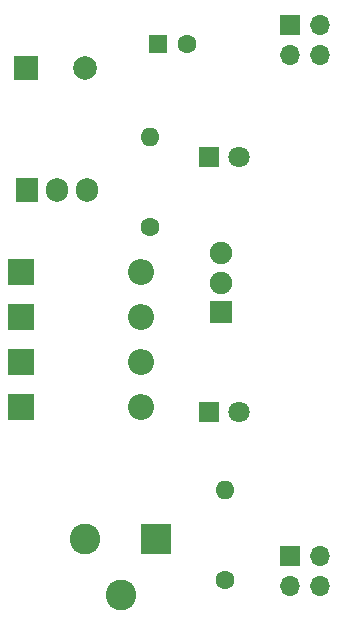
<source format=gbs>
%TF.GenerationSoftware,KiCad,Pcbnew,5.1.7-a382d34a8~87~ubuntu20.04.1*%
%TF.CreationDate,2020-11-05T15:25:51-03:00*%
%TF.ProjectId,Power_Suply,506f7765-725f-4537-9570-6c792e6b6963,1*%
%TF.SameCoordinates,Original*%
%TF.FileFunction,Soldermask,Bot*%
%TF.FilePolarity,Negative*%
%FSLAX46Y46*%
G04 Gerber Fmt 4.6, Leading zero omitted, Abs format (unit mm)*
G04 Created by KiCad (PCBNEW 5.1.7-a382d34a8~87~ubuntu20.04.1) date 2020-11-05 15:25:51*
%MOMM*%
%LPD*%
G01*
G04 APERTURE LIST*
%ADD10R,2.000000X2.000000*%
%ADD11C,2.000000*%
%ADD12R,1.600000X1.600000*%
%ADD13C,1.600000*%
%ADD14O,2.200000X2.200000*%
%ADD15R,2.200000X2.200000*%
%ADD16R,1.800000X1.800000*%
%ADD17C,1.800000*%
%ADD18R,2.600000X2.600000*%
%ADD19C,2.600000*%
%ADD20R,1.700000X1.700000*%
%ADD21O,1.700000X1.700000*%
%ADD22O,1.600000X1.600000*%
%ADD23R,1.900000X1.900000*%
%ADD24C,1.900000*%
%ADD25R,1.905000X2.000000*%
%ADD26O,1.905000X2.000000*%
G04 APERTURE END LIST*
D10*
%TO.C,C1*%
X53975000Y-70358000D03*
D11*
X58975000Y-70358000D03*
%TD*%
D12*
%TO.C,C2*%
X65151000Y-68326000D03*
D13*
X67651000Y-68326000D03*
%TD*%
D14*
%TO.C,D1*%
X63754000Y-95250000D03*
D15*
X53594000Y-95250000D03*
%TD*%
D14*
%TO.C,D2*%
X63754000Y-87630000D03*
D15*
X53594000Y-87630000D03*
%TD*%
%TO.C,D3*%
X53594000Y-99060000D03*
D14*
X63754000Y-99060000D03*
%TD*%
D15*
%TO.C,D4*%
X53594000Y-91440000D03*
D14*
X63754000Y-91440000D03*
%TD*%
D16*
%TO.C,D5*%
X69469000Y-99441000D03*
D17*
X72009000Y-99441000D03*
%TD*%
%TO.C,D6*%
X72009000Y-77851000D03*
D16*
X69469000Y-77851000D03*
%TD*%
D18*
%TO.C,J1*%
X65024000Y-110236000D03*
D19*
X59024000Y-110236000D03*
X62024000Y-114936000D03*
%TD*%
D20*
%TO.C,J2*%
X76327000Y-66675000D03*
D21*
X78867000Y-66675000D03*
X76327000Y-69215000D03*
X78867000Y-69215000D03*
%TD*%
%TO.C,J3*%
X78867000Y-114173000D03*
X76327000Y-114173000D03*
X78867000Y-111633000D03*
D20*
X76327000Y-111633000D03*
%TD*%
D13*
%TO.C,R1*%
X70866000Y-113665000D03*
D22*
X70866000Y-106045000D03*
%TD*%
%TO.C,R2*%
X64516000Y-76200000D03*
D13*
X64516000Y-83820000D03*
%TD*%
D23*
%TO.C,SW1*%
X70485000Y-91026000D03*
D24*
X70485000Y-88526000D03*
X70485000Y-86026000D03*
%TD*%
D25*
%TO.C,U1*%
X54102000Y-80645000D03*
D26*
X56642000Y-80645000D03*
X59182000Y-80645000D03*
%TD*%
M02*

</source>
